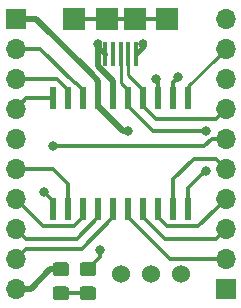
<source format=gbr>
G04 #@! TF.GenerationSoftware,KiCad,Pcbnew,5.0.2-bee76a0~70~ubuntu16.04.1*
G04 #@! TF.CreationDate,2019-07-30T14:23:51+02:00*
G04 #@! TF.ProjectId,hw-BOB-ATSAMD11D,68772d42-4f42-42d4-9154-53414d443131,rev?*
G04 #@! TF.SameCoordinates,Original*
G04 #@! TF.FileFunction,Copper,L1,Top*
G04 #@! TF.FilePolarity,Positive*
%FSLAX46Y46*%
G04 Gerber Fmt 4.6, Leading zero omitted, Abs format (unit mm)*
G04 Created by KiCad (PCBNEW 5.0.2-bee76a0~70~ubuntu16.04.1) date Tue 30 Jul 2019 02:23:51 PM CEST*
%MOMM*%
%LPD*%
G01*
G04 APERTURE LIST*
G04 #@! TA.AperFunction,Conductor*
%ADD10C,0.100000*%
G04 #@! TD*
G04 #@! TA.AperFunction,SMDPad,CuDef*
%ADD11C,1.150000*%
G04 #@! TD*
G04 #@! TA.AperFunction,SMDPad,CuDef*
%ADD12R,0.600000X1.950000*%
G04 #@! TD*
G04 #@! TA.AperFunction,ComponentPad*
%ADD13R,1.700000X1.700000*%
G04 #@! TD*
G04 #@! TA.AperFunction,ComponentPad*
%ADD14O,1.700000X1.700000*%
G04 #@! TD*
G04 #@! TA.AperFunction,ComponentPad*
%ADD15C,1.524000*%
G04 #@! TD*
G04 #@! TA.AperFunction,SMDPad,CuDef*
%ADD16R,1.897380X1.897380*%
G04 #@! TD*
G04 #@! TA.AperFunction,SMDPad,CuDef*
%ADD17R,0.398780X2.000000*%
G04 #@! TD*
G04 #@! TA.AperFunction,ComponentPad*
%ADD18C,0.797560*%
G04 #@! TD*
G04 #@! TA.AperFunction,ViaPad*
%ADD19C,0.800000*%
G04 #@! TD*
G04 #@! TA.AperFunction,Conductor*
%ADD20C,0.400000*%
G04 #@! TD*
G04 #@! TA.AperFunction,Conductor*
%ADD21C,0.500000*%
G04 #@! TD*
G04 #@! TA.AperFunction,Conductor*
%ADD22C,0.300000*%
G04 #@! TD*
G04 #@! TA.AperFunction,Conductor*
%ADD23C,0.250000*%
G04 #@! TD*
G04 APERTURE END LIST*
D10*
G04 #@! TO.N,GND*
G04 #@! TO.C,D1*
G36*
X116044505Y-63806204D02*
X116068773Y-63809804D01*
X116092572Y-63815765D01*
X116115671Y-63824030D01*
X116137850Y-63834520D01*
X116158893Y-63847132D01*
X116178599Y-63861747D01*
X116196777Y-63878223D01*
X116213253Y-63896401D01*
X116227868Y-63916107D01*
X116240480Y-63937150D01*
X116250970Y-63959329D01*
X116259235Y-63982428D01*
X116265196Y-64006227D01*
X116268796Y-64030495D01*
X116270000Y-64054999D01*
X116270000Y-64705001D01*
X116268796Y-64729505D01*
X116265196Y-64753773D01*
X116259235Y-64777572D01*
X116250970Y-64800671D01*
X116240480Y-64822850D01*
X116227868Y-64843893D01*
X116213253Y-64863599D01*
X116196777Y-64881777D01*
X116178599Y-64898253D01*
X116158893Y-64912868D01*
X116137850Y-64925480D01*
X116115671Y-64935970D01*
X116092572Y-64944235D01*
X116068773Y-64950196D01*
X116044505Y-64953796D01*
X116020001Y-64955000D01*
X115119999Y-64955000D01*
X115095495Y-64953796D01*
X115071227Y-64950196D01*
X115047428Y-64944235D01*
X115024329Y-64935970D01*
X115002150Y-64925480D01*
X114981107Y-64912868D01*
X114961401Y-64898253D01*
X114943223Y-64881777D01*
X114926747Y-64863599D01*
X114912132Y-64843893D01*
X114899520Y-64822850D01*
X114889030Y-64800671D01*
X114880765Y-64777572D01*
X114874804Y-64753773D01*
X114871204Y-64729505D01*
X114870000Y-64705001D01*
X114870000Y-64054999D01*
X114871204Y-64030495D01*
X114874804Y-64006227D01*
X114880765Y-63982428D01*
X114889030Y-63959329D01*
X114899520Y-63937150D01*
X114912132Y-63916107D01*
X114926747Y-63896401D01*
X114943223Y-63878223D01*
X114961401Y-63861747D01*
X114981107Y-63847132D01*
X115002150Y-63834520D01*
X115024329Y-63824030D01*
X115047428Y-63815765D01*
X115071227Y-63809804D01*
X115095495Y-63806204D01*
X115119999Y-63805000D01*
X116020001Y-63805000D01*
X116044505Y-63806204D01*
X116044505Y-63806204D01*
G37*
D11*
G04 #@! TD*
G04 #@! TO.P,D1,1*
G04 #@! TO.N,GND*
X115570000Y-64380000D03*
D10*
G04 #@! TO.N,Net-(D1-Pad2)*
G04 #@! TO.C,D1*
G36*
X116044505Y-65856204D02*
X116068773Y-65859804D01*
X116092572Y-65865765D01*
X116115671Y-65874030D01*
X116137850Y-65884520D01*
X116158893Y-65897132D01*
X116178599Y-65911747D01*
X116196777Y-65928223D01*
X116213253Y-65946401D01*
X116227868Y-65966107D01*
X116240480Y-65987150D01*
X116250970Y-66009329D01*
X116259235Y-66032428D01*
X116265196Y-66056227D01*
X116268796Y-66080495D01*
X116270000Y-66104999D01*
X116270000Y-66755001D01*
X116268796Y-66779505D01*
X116265196Y-66803773D01*
X116259235Y-66827572D01*
X116250970Y-66850671D01*
X116240480Y-66872850D01*
X116227868Y-66893893D01*
X116213253Y-66913599D01*
X116196777Y-66931777D01*
X116178599Y-66948253D01*
X116158893Y-66962868D01*
X116137850Y-66975480D01*
X116115671Y-66985970D01*
X116092572Y-66994235D01*
X116068773Y-67000196D01*
X116044505Y-67003796D01*
X116020001Y-67005000D01*
X115119999Y-67005000D01*
X115095495Y-67003796D01*
X115071227Y-67000196D01*
X115047428Y-66994235D01*
X115024329Y-66985970D01*
X115002150Y-66975480D01*
X114981107Y-66962868D01*
X114961401Y-66948253D01*
X114943223Y-66931777D01*
X114926747Y-66913599D01*
X114912132Y-66893893D01*
X114899520Y-66872850D01*
X114889030Y-66850671D01*
X114880765Y-66827572D01*
X114874804Y-66803773D01*
X114871204Y-66779505D01*
X114870000Y-66755001D01*
X114870000Y-66104999D01*
X114871204Y-66080495D01*
X114874804Y-66056227D01*
X114880765Y-66032428D01*
X114889030Y-66009329D01*
X114899520Y-65987150D01*
X114912132Y-65966107D01*
X114926747Y-65946401D01*
X114943223Y-65928223D01*
X114961401Y-65911747D01*
X114981107Y-65897132D01*
X115002150Y-65884520D01*
X115024329Y-65874030D01*
X115047428Y-65865765D01*
X115071227Y-65859804D01*
X115095495Y-65856204D01*
X115119999Y-65855000D01*
X116020001Y-65855000D01*
X116044505Y-65856204D01*
X116044505Y-65856204D01*
G37*
D11*
G04 #@! TD*
G04 #@! TO.P,D1,2*
G04 #@! TO.N,Net-(D1-Pad2)*
X115570000Y-66430000D03*
D10*
G04 #@! TO.N,/PA23_LED*
G04 #@! TO.C,R3*
G36*
X118330505Y-63806204D02*
X118354773Y-63809804D01*
X118378572Y-63815765D01*
X118401671Y-63824030D01*
X118423850Y-63834520D01*
X118444893Y-63847132D01*
X118464599Y-63861747D01*
X118482777Y-63878223D01*
X118499253Y-63896401D01*
X118513868Y-63916107D01*
X118526480Y-63937150D01*
X118536970Y-63959329D01*
X118545235Y-63982428D01*
X118551196Y-64006227D01*
X118554796Y-64030495D01*
X118556000Y-64054999D01*
X118556000Y-64705001D01*
X118554796Y-64729505D01*
X118551196Y-64753773D01*
X118545235Y-64777572D01*
X118536970Y-64800671D01*
X118526480Y-64822850D01*
X118513868Y-64843893D01*
X118499253Y-64863599D01*
X118482777Y-64881777D01*
X118464599Y-64898253D01*
X118444893Y-64912868D01*
X118423850Y-64925480D01*
X118401671Y-64935970D01*
X118378572Y-64944235D01*
X118354773Y-64950196D01*
X118330505Y-64953796D01*
X118306001Y-64955000D01*
X117405999Y-64955000D01*
X117381495Y-64953796D01*
X117357227Y-64950196D01*
X117333428Y-64944235D01*
X117310329Y-64935970D01*
X117288150Y-64925480D01*
X117267107Y-64912868D01*
X117247401Y-64898253D01*
X117229223Y-64881777D01*
X117212747Y-64863599D01*
X117198132Y-64843893D01*
X117185520Y-64822850D01*
X117175030Y-64800671D01*
X117166765Y-64777572D01*
X117160804Y-64753773D01*
X117157204Y-64729505D01*
X117156000Y-64705001D01*
X117156000Y-64054999D01*
X117157204Y-64030495D01*
X117160804Y-64006227D01*
X117166765Y-63982428D01*
X117175030Y-63959329D01*
X117185520Y-63937150D01*
X117198132Y-63916107D01*
X117212747Y-63896401D01*
X117229223Y-63878223D01*
X117247401Y-63861747D01*
X117267107Y-63847132D01*
X117288150Y-63834520D01*
X117310329Y-63824030D01*
X117333428Y-63815765D01*
X117357227Y-63809804D01*
X117381495Y-63806204D01*
X117405999Y-63805000D01*
X118306001Y-63805000D01*
X118330505Y-63806204D01*
X118330505Y-63806204D01*
G37*
D11*
G04 #@! TD*
G04 #@! TO.P,R3,2*
G04 #@! TO.N,/PA23_LED*
X117856000Y-64380000D03*
D10*
G04 #@! TO.N,Net-(D1-Pad2)*
G04 #@! TO.C,R3*
G36*
X118330505Y-65856204D02*
X118354773Y-65859804D01*
X118378572Y-65865765D01*
X118401671Y-65874030D01*
X118423850Y-65884520D01*
X118444893Y-65897132D01*
X118464599Y-65911747D01*
X118482777Y-65928223D01*
X118499253Y-65946401D01*
X118513868Y-65966107D01*
X118526480Y-65987150D01*
X118536970Y-66009329D01*
X118545235Y-66032428D01*
X118551196Y-66056227D01*
X118554796Y-66080495D01*
X118556000Y-66104999D01*
X118556000Y-66755001D01*
X118554796Y-66779505D01*
X118551196Y-66803773D01*
X118545235Y-66827572D01*
X118536970Y-66850671D01*
X118526480Y-66872850D01*
X118513868Y-66893893D01*
X118499253Y-66913599D01*
X118482777Y-66931777D01*
X118464599Y-66948253D01*
X118444893Y-66962868D01*
X118423850Y-66975480D01*
X118401671Y-66985970D01*
X118378572Y-66994235D01*
X118354773Y-67000196D01*
X118330505Y-67003796D01*
X118306001Y-67005000D01*
X117405999Y-67005000D01*
X117381495Y-67003796D01*
X117357227Y-67000196D01*
X117333428Y-66994235D01*
X117310329Y-66985970D01*
X117288150Y-66975480D01*
X117267107Y-66962868D01*
X117247401Y-66948253D01*
X117229223Y-66931777D01*
X117212747Y-66913599D01*
X117198132Y-66893893D01*
X117185520Y-66872850D01*
X117175030Y-66850671D01*
X117166765Y-66827572D01*
X117160804Y-66803773D01*
X117157204Y-66779505D01*
X117156000Y-66755001D01*
X117156000Y-66104999D01*
X117157204Y-66080495D01*
X117160804Y-66056227D01*
X117166765Y-66032428D01*
X117175030Y-66009329D01*
X117185520Y-65987150D01*
X117198132Y-65966107D01*
X117212747Y-65946401D01*
X117229223Y-65928223D01*
X117247401Y-65911747D01*
X117267107Y-65897132D01*
X117288150Y-65884520D01*
X117310329Y-65874030D01*
X117333428Y-65865765D01*
X117357227Y-65859804D01*
X117381495Y-65856204D01*
X117405999Y-65855000D01*
X118306001Y-65855000D01*
X118330505Y-65856204D01*
X118330505Y-65856204D01*
G37*
D11*
G04 #@! TD*
G04 #@! TO.P,R3,1*
G04 #@! TO.N,Net-(D1-Pad2)*
X117856000Y-66430000D03*
D12*
G04 #@! TO.P,U1,1*
G04 #@! TO.N,/PA05*
X114935000Y-59310000D03*
G04 #@! TO.P,U1,2*
G04 #@! TO.N,/PA06*
X116205000Y-59310000D03*
G04 #@! TO.P,U1,3*
G04 #@! TO.N,/PA07*
X117475000Y-59310000D03*
G04 #@! TO.P,U1,4*
G04 #@! TO.N,/PA08*
X118745000Y-59310000D03*
G04 #@! TO.P,U1,5*
G04 #@! TO.N,/PA09*
X120015000Y-59310000D03*
G04 #@! TO.P,U1,6*
G04 #@! TO.N,/PA14*
X121285000Y-59310000D03*
G04 #@! TO.P,U1,7*
G04 #@! TO.N,/PA15*
X122555000Y-59310000D03*
G04 #@! TO.P,U1,8*
G04 #@! TO.N,/PA16*
X123825000Y-59310000D03*
G04 #@! TO.P,U1,9*
G04 #@! TO.N,/PA22*
X125095000Y-59310000D03*
G04 #@! TO.P,U1,10*
G04 #@! TO.N,/PA23_LED*
X126365000Y-59310000D03*
G04 #@! TO.P,U1,11*
G04 #@! TO.N,/PA28_RST*
X126365000Y-49910000D03*
G04 #@! TO.P,U1,12*
G04 #@! TO.N,/SWCLK*
X125095000Y-49910000D03*
G04 #@! TO.P,U1,13*
G04 #@! TO.N,/SWDIO*
X123825000Y-49910000D03*
G04 #@! TO.P,U1,14*
G04 #@! TO.N,/PA24_UDM*
X122555000Y-49910000D03*
G04 #@! TO.P,U1,15*
G04 #@! TO.N,/PA25_UDP*
X121285000Y-49910000D03*
G04 #@! TO.P,U1,16*
G04 #@! TO.N,GND*
X120015000Y-49910000D03*
G04 #@! TO.P,U1,17*
G04 #@! TO.N,+3V3*
X118745000Y-49910000D03*
G04 #@! TO.P,U1,18*
G04 #@! TO.N,/PA02*
X117475000Y-49910000D03*
G04 #@! TO.P,U1,19*
G04 #@! TO.N,/PA03*
X116205000Y-49910000D03*
G04 #@! TO.P,U1,20*
G04 #@! TO.N,/PA04*
X114935000Y-49910000D03*
G04 #@! TD*
D13*
G04 #@! TO.P,X1,1*
G04 #@! TO.N,+3V3*
X111760000Y-43180000D03*
D14*
G04 #@! TO.P,X1,2*
G04 #@! TO.N,/PA02*
X111760000Y-45720000D03*
G04 #@! TO.P,X1,3*
G04 #@! TO.N,/PA03*
X111760000Y-48260000D03*
G04 #@! TO.P,X1,4*
G04 #@! TO.N,/PA04*
X111760000Y-50800000D03*
G04 #@! TO.P,X1,5*
G04 #@! TO.N,/PA05*
X111760000Y-53340000D03*
G04 #@! TO.P,X1,6*
G04 #@! TO.N,/PA06*
X111760000Y-55880000D03*
G04 #@! TO.P,X1,7*
G04 #@! TO.N,/PA07*
X111760000Y-58420000D03*
G04 #@! TO.P,X1,8*
G04 #@! TO.N,/PA08*
X111760000Y-60960000D03*
G04 #@! TO.P,X1,9*
G04 #@! TO.N,/PA09*
X111760000Y-63500000D03*
G04 #@! TO.P,X1,10*
G04 #@! TO.N,GND*
X111760000Y-66040000D03*
G04 #@! TD*
G04 #@! TO.P,X2,10*
G04 #@! TO.N,GND*
X129540000Y-43180000D03*
G04 #@! TO.P,X2,9*
G04 #@! TO.N,/PA28_RST*
X129540000Y-45720000D03*
G04 #@! TO.P,X2,8*
G04 #@! TO.N,/PA25_UDP*
X129540000Y-48260000D03*
G04 #@! TO.P,X2,7*
G04 #@! TO.N,/PA24_UDM*
X129540000Y-50800000D03*
G04 #@! TO.P,X2,6*
G04 #@! TO.N,/PA23_LED*
X129540000Y-53340000D03*
G04 #@! TO.P,X2,5*
G04 #@! TO.N,/PA22*
X129540000Y-55880000D03*
G04 #@! TO.P,X2,4*
G04 #@! TO.N,/PA16*
X129540000Y-58420000D03*
G04 #@! TO.P,X2,3*
G04 #@! TO.N,/PA15*
X129540000Y-60960000D03*
G04 #@! TO.P,X2,2*
G04 #@! TO.N,/PA14*
X129540000Y-63500000D03*
D13*
G04 #@! TO.P,X2,1*
G04 #@! TO.N,+5V*
X129540000Y-66040000D03*
G04 #@! TD*
D15*
G04 #@! TO.P,X3,1*
G04 #@! TO.N,/SWDIO*
X120650000Y-64770000D03*
G04 #@! TO.P,X3,2*
G04 #@! TO.N,GND*
X123190000Y-64770000D03*
G04 #@! TO.P,X3,3*
G04 #@! TO.N,/SWCLK*
X125730000Y-64770000D03*
G04 #@! TD*
D16*
G04 #@! TO.P,X4,6*
G04 #@! TO.N,Net-(C2-Pad1)*
X121848880Y-43180000D03*
X119451120Y-43180000D03*
X116700300Y-43180000D03*
X124599700Y-43180000D03*
D17*
G04 #@! TO.P,X4,1*
G04 #@! TO.N,+5V*
X121950480Y-46180000D03*
G04 #@! TO.P,X4,2*
G04 #@! TO.N,/PA24_UDM*
X121297700Y-46180000D03*
G04 #@! TO.P,X4,3*
G04 #@! TO.N,/PA25_UDP*
X120650000Y-46180000D03*
G04 #@! TO.P,X4,4*
G04 #@! TO.N,N/C*
X120002300Y-46180000D03*
G04 #@! TO.P,X4,5*
G04 #@! TO.N,GND*
X119349520Y-46180000D03*
D18*
X118752620Y-45326300D03*
G04 #@! TO.P,X4,1*
G04 #@! TO.N,+5V*
X122549920Y-45328840D03*
G04 #@! TD*
D19*
G04 #@! TO.N,Net-(C2-Pad1)*
X117230000Y-43180000D03*
G04 #@! TO.N,+3V3*
X121285000Y-52705000D03*
G04 #@! TO.N,/SWDIO*
X123609990Y-48260000D03*
G04 #@! TO.N,/PA23_LED*
X127850010Y-56054479D03*
X114935000Y-53975000D03*
X118872000Y-62737986D03*
G04 #@! TO.N,/PA05*
X114187740Y-57849175D03*
G04 #@! TO.N,/SWCLK*
X125514990Y-48110274D03*
G04 #@! TO.N,/PA25_UDP*
X127850010Y-52705000D03*
G04 #@! TD*
D20*
G04 #@! TO.N,GND*
X118752620Y-45583100D02*
X119349520Y-46180000D01*
D21*
X118752620Y-45326300D02*
X118752620Y-45583100D01*
X118752620Y-45890260D02*
X118752620Y-45326300D01*
X120015000Y-48435000D02*
X118752620Y-47172620D01*
X118752620Y-47172620D02*
X118752620Y-45890260D01*
X120015000Y-49910000D02*
X120015000Y-48435000D01*
X111760000Y-66040000D02*
X113030000Y-66040000D01*
X114690000Y-64380000D02*
X115570000Y-64380000D01*
X113030000Y-66040000D02*
X114690000Y-64380000D01*
D20*
G04 #@! TO.N,+5V*
X122549920Y-45580560D02*
X121950480Y-46180000D01*
D21*
X122549920Y-45328840D02*
X122549920Y-45580560D01*
D22*
G04 #@! TO.N,Net-(C2-Pad1)*
X124599700Y-43180000D02*
X121848880Y-43180000D01*
X121848880Y-43180000D02*
X119451120Y-43180000D01*
X119451120Y-43180000D02*
X116700300Y-43180000D01*
D21*
G04 #@! TO.N,+3V3*
X118745000Y-48435000D02*
X118110000Y-47800000D01*
X118745000Y-49910000D02*
X118745000Y-48435000D01*
X118110000Y-47800000D02*
X113490000Y-43180000D01*
X113490000Y-43180000D02*
X111760000Y-43180000D01*
X118745000Y-50585000D02*
X120865000Y-52705000D01*
X118745000Y-49910000D02*
X118745000Y-50585000D01*
X120865000Y-52705000D02*
X121285000Y-52705000D01*
D23*
G04 #@! TO.N,/PA28_RST*
X128690001Y-46569999D02*
X129540000Y-45720000D01*
X126365000Y-48895000D02*
X128690001Y-46569999D01*
X126365000Y-49910000D02*
X126365000Y-48895000D01*
D22*
G04 #@! TO.N,Net-(D1-Pad2)*
X117856000Y-66430000D02*
X115570000Y-66430000D01*
G04 #@! TO.N,/SWDIO*
X123825000Y-48475010D02*
X123609990Y-48260000D01*
X123825000Y-49910000D02*
X123825000Y-48475010D01*
G04 #@! TO.N,/PA23_LED*
X126365000Y-57539489D02*
X127450011Y-56454478D01*
X127450011Y-56454478D02*
X127850010Y-56054479D01*
X126365000Y-59310000D02*
X126365000Y-57539489D01*
X128337919Y-53340000D02*
X127702919Y-53975000D01*
X129540000Y-53340000D02*
X128337919Y-53340000D01*
X127702919Y-53975000D02*
X123825000Y-53975000D01*
X123825000Y-53975000D02*
X114935000Y-53975000D01*
X117865000Y-64380000D02*
X117475000Y-64380000D01*
X118872000Y-63303671D02*
X118872000Y-62737986D01*
X118872000Y-63364000D02*
X118872000Y-63303671D01*
X117856000Y-64380000D02*
X118872000Y-63364000D01*
G04 #@! TO.N,/PA05*
X114935000Y-59310000D02*
X114935000Y-58635000D01*
X114187740Y-57887740D02*
X114187740Y-57849175D01*
X114935000Y-58635000D02*
X114187740Y-57887740D01*
G04 #@! TO.N,/PA06*
X112962081Y-55880000D02*
X111760000Y-55880000D01*
X116205000Y-57161998D02*
X114923002Y-55880000D01*
X116205000Y-59310000D02*
X116205000Y-57161998D01*
X114923002Y-55880000D02*
X112962081Y-55880000D01*
G04 #@! TO.N,/PA07*
X112609999Y-59269999D02*
X111760000Y-58420000D01*
X114075001Y-60735001D02*
X112609999Y-59269999D01*
X117475000Y-59985000D02*
X116724999Y-60735001D01*
X116724999Y-60735001D02*
X114075001Y-60735001D01*
X117475000Y-59310000D02*
X117475000Y-59985000D01*
G04 #@! TO.N,/PA08*
X112609999Y-61809999D02*
X111760000Y-60960000D01*
X118745000Y-59985000D02*
X116920001Y-61809999D01*
X118745000Y-59310000D02*
X118745000Y-59985000D01*
X116920001Y-61809999D02*
X112609999Y-61809999D01*
G04 #@! TO.N,/PA09*
X111760000Y-63500000D02*
X112609999Y-62650001D01*
X117349999Y-62650001D02*
X120015000Y-59985000D01*
X112609999Y-62650001D02*
X117349999Y-62650001D01*
X120015000Y-59985000D02*
X120015000Y-59310000D01*
G04 #@! TO.N,/PA14*
X128337919Y-63500000D02*
X129540000Y-63500000D01*
X124800000Y-63500000D02*
X128337919Y-63500000D01*
X121285000Y-59985000D02*
X124800000Y-63500000D01*
X121285000Y-59310000D02*
X121285000Y-59985000D01*
G04 #@! TO.N,/PA15*
X122555000Y-59985000D02*
X124379999Y-61809999D01*
X128690001Y-61809999D02*
X129540000Y-60960000D01*
X124379999Y-61809999D02*
X128690001Y-61809999D01*
X122555000Y-59310000D02*
X122555000Y-59985000D01*
G04 #@! TO.N,/PA16*
X128690001Y-59269999D02*
X129540000Y-58420000D01*
X124575001Y-60735001D02*
X127224999Y-60735001D01*
X123825000Y-59985000D02*
X124575001Y-60735001D01*
X123825000Y-59310000D02*
X123825000Y-59985000D01*
X127224999Y-60735001D02*
X128690001Y-59269999D01*
G04 #@! TO.N,/PA22*
X125095000Y-56793622D02*
X126858621Y-55030001D01*
X128690001Y-55030001D02*
X129540000Y-55880000D01*
X126858621Y-55030001D02*
X128690001Y-55030001D01*
X125095000Y-59310000D02*
X125095000Y-56793622D01*
G04 #@! TO.N,/SWCLK*
X125095000Y-48530264D02*
X125114991Y-48510273D01*
X125095000Y-49910000D02*
X125095000Y-48530264D01*
X125114991Y-48510273D02*
X125514990Y-48110274D01*
G04 #@! TO.N,/PA24_UDM*
X123619999Y-51649999D02*
X128690001Y-51649999D01*
X128690001Y-51649999D02*
X129540000Y-50800000D01*
X122555000Y-50585000D02*
X123619999Y-51649999D01*
X122555000Y-49910000D02*
X122555000Y-50585000D01*
D23*
X122555000Y-49235000D02*
X122555000Y-49910000D01*
X121297700Y-47977700D02*
X122555000Y-49235000D01*
X121297700Y-46180000D02*
X121297700Y-47977700D01*
G04 #@! TO.N,/PA25_UDP*
X121285000Y-49235000D02*
X121285000Y-49910000D01*
X120650000Y-48600000D02*
X121285000Y-49235000D01*
X120650000Y-46180000D02*
X120650000Y-48600000D01*
D22*
X127284325Y-52705000D02*
X127850010Y-52705000D01*
X121285000Y-50585000D02*
X123405000Y-52705000D01*
X123405000Y-52705000D02*
X127284325Y-52705000D01*
X121285000Y-49910000D02*
X121285000Y-50585000D01*
G04 #@! TO.N,/PA02*
X117475000Y-49910000D02*
X117475000Y-49235000D01*
X113824998Y-45720000D02*
X112962081Y-45720000D01*
X112962081Y-45720000D02*
X111760000Y-45720000D01*
X116739998Y-48635000D02*
X113824998Y-45720000D01*
X117475000Y-49235000D02*
X116875000Y-48635000D01*
X116875000Y-48635000D02*
X116739998Y-48635000D01*
G04 #@! TO.N,/PA03*
X115230000Y-48260000D02*
X112962081Y-48260000D01*
X112962081Y-48260000D02*
X111760000Y-48260000D01*
X116205000Y-49235000D02*
X115230000Y-48260000D01*
X116205000Y-49910000D02*
X116205000Y-49235000D01*
G04 #@! TO.N,/PA04*
X112650000Y-49910000D02*
X111760000Y-50800000D01*
X114935000Y-49910000D02*
X112650000Y-49910000D01*
G04 #@! TD*
M02*

</source>
